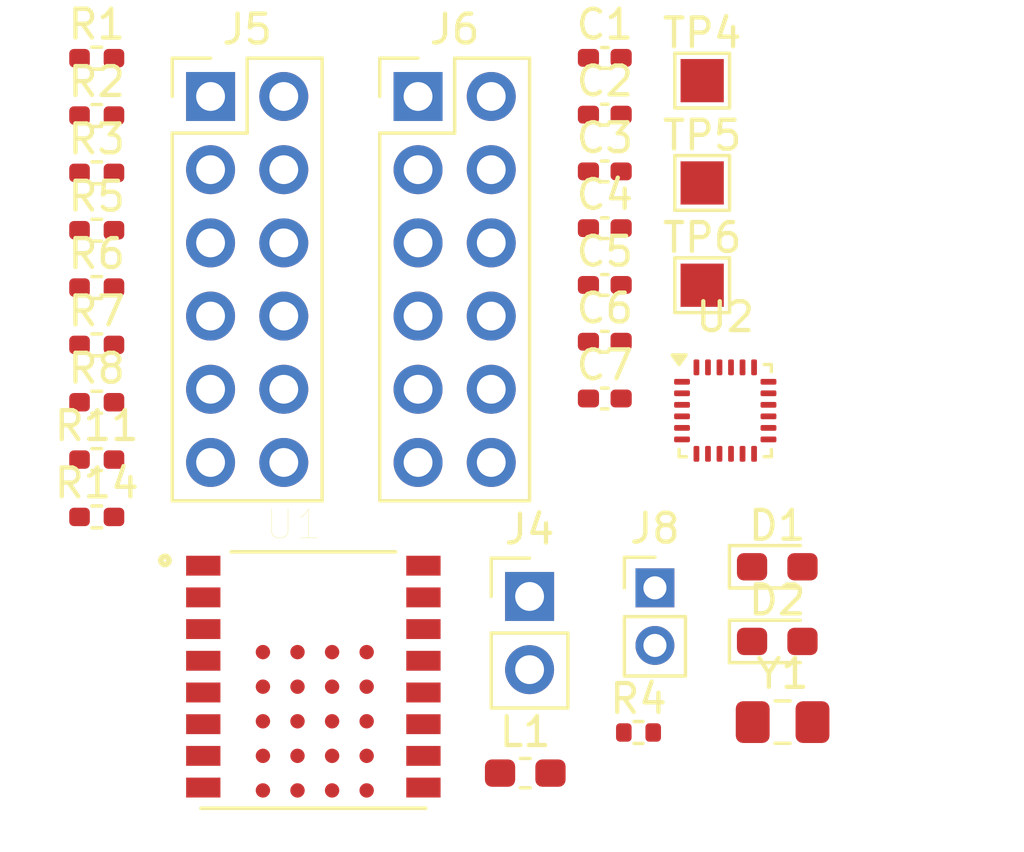
<source format=kicad_pcb>
(kicad_pcb (version 20240108) (generator "pcbnew") (generator_version "8.0")
  (layers (0 "F.Cu" signal) (31 "B.Cu" signal) (34 "B.Paste" user) (35 "F.Paste" user) (36 "B.SilkS" user "B.Silkscreen") (37 "F.SilkS" user "F.Silkscreen") (38 "B.Mask" user) (39 "F.Mask" user) (44 "Edge.Cuts" user))
  (net 0 "")
  (net 1 "GND")
  (net 2 "VCC")
  (net 3 "Net-(U2-REGOUT)")
  (net 4 "Net-(U1-P00{slash}XL1)")
  (net 5 "+1V8")
  (net 6 "Net-(U1-P01{slash}XL2)")
  (net 7 "+5V")
  (net 8 "Net-(D1-K)")
  (net 9 "/LED1")
  (net 10 "/VBAT")
  (net 11 "/A3")
  (net 12 "Net-(D2-A)")
  (net 13 "Net-(D2-K)")
  (net 14 "/A4")
  (net 15 "/D8")
  (net 16 "/SDA")
  (net 17 "/SCL")
  (net 18 "/D3")
  (net 19 "/MOSI")
  (net 20 "/D4")
  (net 21 "/MISO")
  (net 22 "/D1")
  (net 23 "/SCK")
  (net 24 "/D2")
  (net 25 "Net-(J8-Pin_1)")
  (net 26 "/D12")
  (net 27 "Net-(J8-Pin_2)")
  (net 28 "/RXD")
  (net 29 "/SWDCLK")
  (net 30 "/SWDIO")
  (net 32 "Net-(U2-~{CS})")
  (net 33 "/SCL_1V8")
  (net 34 "/SDA_1V8")
  (net 35 "/LORA_FREQ_SELECT")
  (net 38 "/A5")
  (net 39 "/D10")
  (net 40 "/A2")
  (net 81 "/TXD")
  (footprint "Resistor_SMD:R_0402_1005Metric_Pad0.72x0.64mm_HandSolder" (layer "F.Cu") (at 148.3225 92.538621)
    (property "Reference" "R3" (at 0 -1.17 0) (layer "F.SilkS"))
    (property "Value" "10K")
    (fp_line (start -0.167621 -0.38) (end 0.167621 -0.38) (stroke (width 0.12)) (layer "F.SilkS"))
    (fp_line (start -0.167621 0.38) (end 0.167621 0.38) (stroke (width 0.12)) (layer "F.SilkS"))
    (pad "1" smd roundrect (at -0.5975 0) (size 0.715 0.64) (layers "F.Cu" "F.Paste" "F.Mask") (net 32 "Net-(U2-~{CS})"))
    (pad "2" smd roundrect (at 0.5975 0) (size 0.715 0.64) (layers "F.Cu" "F.Paste" "F.Mask") (net 5 "+1V8"))
  )
  (footprint "Capacitor_SMD:C_0402_1005Metric_Pad0.74x0.62mm_HandSolder" (layer "F.Cu") (at 165.9525 98.398621)
    (property "Reference" "C6" (at 0 -1.16 0) (layer "F.SilkS"))
    (property "Value" "10uF")
    (fp_line (start -0.115835 -0.36) (end 0.115835 -0.36) (stroke (width 0.12)) (layer "F.SilkS"))
    (fp_line (start -0.115835 0.36) (end 0.115835 0.36) (stroke (width 0.12)) (layer "F.SilkS"))
    (pad "1" smd roundrect (at -0.5675 0) (size 0.735 0.62) (layers "F.Cu" "F.Paste" "F.Mask") (net 1 "GND"))
    (pad "2" smd roundrect (at 0.5675 0) (size 0.735 0.62) (layers "F.Cu" "F.Paste" "F.Mask") (net 2 "VCC"))
  )
  (footprint "Resistor_SMD:R_0402_1005Metric_Pad0.72x0.64mm_HandSolder" (layer "F.Cu") (at 148.3225 104.478621)
    (property "Reference" "R14" (at 0 -1.17 0) (layer "F.SilkS"))
    (property "Value" "330")
    (fp_line (start -0.167621 -0.38) (end 0.167621 -0.38) (stroke (width 0.12)) (layer "F.SilkS"))
    (fp_line (start -0.167621 0.38) (end 0.167621 0.38) (stroke (width 0.12)) (layer "F.SilkS"))
    (pad "1" smd roundrect (at -0.5975 0) (size 0.715 0.64) (layers "F.Cu" "F.Paste" "F.Mask") (net 39 "/D10"))
    (pad "2" smd roundrect (at 0.5975 0) (size 0.715 0.64) (layers "F.Cu" "F.Paste" "F.Mask") (net 35 "/LORA_FREQ_SELECT"))
  )
  (footprint "Capacitor_SMD:C_0402_1005Metric_Pad0.74x0.62mm_HandSolder" (layer "F.Cu") (at 165.9525 92.488621)
    (property "Reference" "C3" (at 0 -1.16 0) (layer "F.SilkS"))
    (property "Value" "0.1uF")
    (fp_line (start -0.115835 -0.36) (end 0.115835 -0.36) (stroke (width 0.12)) (layer "F.SilkS"))
    (fp_line (start -0.115835 0.36) (end 0.115835 0.36) (stroke (width 0.12)) (layer "F.SilkS"))
    (pad "1" smd roundrect (at -0.5675 0) (size 0.735 0.62) (layers "F.Cu" "F.Paste" "F.Mask") (net 5 "+1V8"))
    (pad "2" smd roundrect (at 0.5675 0) (size 0.735 0.62) (layers "F.Cu" "F.Paste" "F.Mask") (net 1 "GND"))
  )
  (footprint "Resistor_SMD:R_0402_1005Metric_Pad0.72x0.64mm_HandSolder" (layer "F.Cu") (at 148.3225 88.558621)
    (property "Reference" "R1" (at 0 -1.17 0) (layer "F.SilkS"))
    (property "Value" "4.7K")
    (fp_line (start -0.167621 -0.38) (end 0.167621 -0.38) (stroke (width 0.12)) (layer "F.SilkS"))
    (fp_line (start -0.167621 0.38) (end 0.167621 0.38) (stroke (width 0.12)) (layer "F.SilkS"))
    (pad "1" smd roundrect (at -0.5975 0) (size 0.715 0.64) (layers "F.Cu" "F.Paste" "F.Mask") (net 16 "/SDA"))
    (pad "2" smd roundrect (at 0.5975 0) (size 0.715 0.64) (layers "F.Cu" "F.Paste" "F.Mask") (net 2 "VCC"))
  )
  (footprint "Resistor_SMD:R_0402_1005Metric" (layer "F.Cu") (at 167.1225 111.958621)
    (property "Reference" "R4" (at 0 -1.17 0) (layer "F.SilkS"))
    (property "Value" "10K")
    (fp_line (start -0.153641 -0.38) (end 0.153641 -0.38) (stroke (width 0.12)) (layer "F.SilkS"))
    (fp_line (start -0.153641 0.38) (end 0.153641 0.38) (stroke (width 0.12)) (layer "F.SilkS"))
    (pad "1" smd roundrect (at -0.51 0) (size 0.54 0.64) (layers "F.Cu" "F.Paste" "F.Mask") (net 24 "/D2"))
    (pad "2" smd roundrect (at 0.51 0) (size 0.54 0.64) (layers "F.Cu" "F.Paste" "F.Mask") (net 1 "GND"))
  )
  (footprint "Resistor_SMD:R_0402_1005Metric_Pad0.72x0.64mm_HandSolder" (layer "F.Cu") (at 148.3225 98.508621)
    (property "Reference" "R7" (at 0 -1.17 0) (layer "F.SilkS"))
    (property "Value" "499K")
    (fp_line (start -0.167621 -0.38) (end 0.167621 -0.38) (stroke (width 0.12)) (layer "F.SilkS"))
    (fp_line (start -0.167621 0.38) (end 0.167621 0.38) (stroke (width 0.12)) (layer "F.SilkS"))
    (pad "1" smd roundrect (at -0.5975 0) (size 0.715 0.64) (layers "F.Cu" "F.Paste" "F.Mask") (net 10 "/VBAT"))
    (pad "2" smd roundrect (at 0.5975 0) (size 0.715 0.64) (layers "F.Cu" "F.Paste" "F.Mask") (net 40 "/A2"))
  )
  (footprint "Connector_PinHeader_2.54mm:PinHeader_2x06_P2.54mm_Vertical" (layer "F.Cu") (at 152.2725 89.888621)
    (property "Reference" "J5" (at 1.27 -2.33 0) (layer "F.SilkS"))
    (property "Value" "Conn_02x06_Odd_Even")
    (fp_line (start -1.33 -1.33) (end 0 -1.33) (stroke (width 0.12)) (layer "F.SilkS"))
    (fp_line (start -1.33 0) (end -1.33 -1.33) (stroke (width 0.12)) (layer "F.SilkS"))
    (fp_line (start -1.33 1.27) (end -1.33 14.03) (stroke (width 0.12)) (layer "F.SilkS"))
    (fp_line (start -1.33 1.27) (end 1.27 1.27) (stroke (width 0.12)) (layer "F.SilkS"))
    (fp_line (start -1.33 14.03) (end 3.87 14.03) (stroke (width 0.12)) (layer "F.SilkS"))
    (fp_line (start 1.27 -1.33) (end 3.87 -1.33) (stroke (width 0.12)) (layer "F.SilkS"))
    (fp_line (start 1.27 1.27) (end 1.27 -1.33) (stroke (width 0.12)) (layer "F.SilkS"))
    (fp_line (start 3.87 -1.33) (end 3.87 14.03) (stroke (width 0.12)) (layer "F.SilkS"))
    (pad "1" thru_hole rect (at 0 0) (size 1.7 1.7) (drill 1) (layers "*.Cu" "*.Mask") (net 10 "/VBAT"))
    (pad "2" thru_hole oval (at 2.54 0) (size 1.7 1.7) (drill 1) (layers "*.Cu" "*.Mask") (net 15 "/D8"))
    (pad "3" thru_hole oval (at 0 2.54) (size 1.7 1.7) (drill 1) (layers "*.Cu" "*.Mask") (net 38 "/A5"))
    (pad "4" thru_hole oval (at 2.54 2.54) (size 1.7 1.7) (drill 1) (layers "*.Cu" "*.Mask") (net 11 "/A3"))
    (pad "5" thru_hole oval (at 0 5.08) (size 1.7 1.7) (drill 1) (layers "*.Cu" "*.Mask") (net 7 "+5V"))
    (pad "6" thru_hole oval (at 2.54 5.08) (size 1.7 1.7) (drill 1) (layers "*.Cu" "*.Mask") (net 40 "/A2"))
    (pad "7" thru_hole oval (at 0 7.62) (size 1.7 1.7) (drill 1) (layers "*.Cu" "*.Mask") (net 28 "/RXD"))
    (pad "8" thru_hole oval (at 2.54 7.62) (size 1.7 1.7) (drill 1) (layers "*.Cu" "*.Mask") (net 1 "GND"))
    (pad "9" thru_hole oval (at 0 10.16) (size 1.7 1.7) (drill 1) (layers "*.Cu" "*.Mask") (net 81 "/TXD"))
    (pad "10" thru_hole oval (at 2.54 10.16) (size 1.7 1.7) (drill 1) (layers "*.Cu" "*.Mask") (net 1 "GND"))
    (pad "11" thru_hole oval (at 0 12.7) (size 1.7 1.7) (drill 1) (layers "*.Cu" "*.Mask") (net 16 "/SDA"))
    (pad "12" thru_hole oval (at 2.54 12.7) (size 1.7 1.7) (drill 1) (layers "*.Cu" "*.Mask") (net 17 "/SCL"))
  )
  (footprint "Connector_PinHeader_2.00mm:PinHeader_1x02_P2.00mm_Vertical" (layer "F.Cu") (at 167.6925 106.938621)
    (property "Reference" "J8" (at 0 -2.06 0) (layer "F.SilkS"))
    (property "Value" "RESET")
    (fp_line (start -1.06 -1.06) (end 0 -1.06) (stroke (width 0.12)) (layer "F.SilkS"))
    (fp_line (start -1.06 0) (end -1.06 -1.06) (stroke (width 0.12)) (layer "F.SilkS"))
    (fp_line (start -1.06 1) (end -1.06 3.06) (stroke (width 0.12)) (layer "F.SilkS"))
    (fp_line (start -1.06 1) (end 1.06 1) (stroke (width 0.12)) (layer "F.SilkS"))
    (fp_line (start -1.06 3.06) (end 1.06 3.06) (stroke (width 0.12)) (layer "F.SilkS"))
    (fp_line (start 1.06 1) (end 1.06 3.06) (stroke (width 0.12)) (layer "F.SilkS"))
    (pad "1" thru_hole rect (at 0 0) (size 1.35 1.35) (drill 0.8) (layers "*.Cu" "*.Mask") (net 25 "Net-(J8-Pin_1)"))
    (pad "2" thru_hole oval (at 0 2) (size 1.35 1.35) (drill 0.8) (layers "*.Cu" "*.Mask") (net 27 "Net-(J8-Pin_2)"))
  )
  (footprint "Resistor_SMD:R_0402_1005Metric_Pad0.72x0.64mm_HandSolder" (layer "F.Cu") (at 148.3225 90.548621)
    (property "Reference" "R2" (at 0 -1.17 0) (layer "F.SilkS"))
    (property "Value" "4.7K")
    (fp_line (start -0.167621 -0.38) (end 0.167621 -0.38) (stroke (width 0.12)) (layer "F.SilkS"))
    (fp_line (start -0.167621 0.38) (end 0.167621 0.38) (stroke (width 0.12)) (layer "F.SilkS"))
    (pad "1" smd roundrect (at -0.5975 0) (size 0.715 0.64) (layers "F.Cu" "F.Paste" "F.Mask") (net 17 "/SCL"))
    (pad "2" smd roundrect (at 0.5975 0) (size 0.715 0.64) (layers "F.Cu" "F.Paste" "F.Mask") (net 2 "VCC"))
  )
  (footprint "TestPoint:TestPoint_Pad_1.5x1.5mm" (layer "F.Cu") (at 169.3325 92.888621)
    (property "Reference" "TP5" (at 0 -1.648 0) (layer "F.SilkS"))
    (property "Value" "TestPoint")
    (fp_line (start -0.95 -0.95) (end 0.95 -0.95) (stroke (width 0.12)) (layer "F.SilkS"))
    (fp_line (start -0.95 0.95) (end -0.95 -0.95) (stroke (width 0.12)) (layer "F.SilkS"))
    (fp_line (start 0.95 -0.95) (end 0.95 0.95) (stroke (width 0.12)) (layer "F.SilkS"))
    (fp_line (start 0.95 0.95) (end -0.95 0.95) (stroke (width 0.12)) (layer "F.SilkS"))
    (pad "1" smd rect (at 0 0) (size 1.5 1.5) (layers "F.Cu" "F.Mask") (net 13 "Net-(D2-K)"))
  )
  (footprint "Sensor_Motion:InvenSense_QFN-24_3x3mm_P0.4mm" (layer "F.Cu") (at 170.1325 100.788621)
    (property "Reference" "U2" (at 0 -3.25 0) (layer "F.SilkS"))
    (property "Value" "ICM-20948")
    (fp_line (start -1.6 1.6) (end -1.6 1.35) (stroke (width 0.12)) (layer "F.SilkS"))
    (fp_line (start -1.6 1.6) (end -1.35 1.6) (stroke (width 0.12)) (layer "F.SilkS"))
    (fp_line (start 1.6 -1.6) (end 1.35 -1.6) (stroke (width 0.12)) (layer "F.SilkS"))
    (fp_line (start 1.6 -1.6) (end 1.6 -1.35) (stroke (width 0.12)) (layer "F.SilkS"))
    (fp_line (start 1.6 1.6) (end 1.35 1.6) (stroke (width 0.12)) (layer "F.SilkS"))
    (fp_line (start 1.6 1.6) (end 1.6 1.35) (stroke (width 0.12)) (layer "F.SilkS"))
    (fp_poly (pts (xy -1.6 -1.6) (xy -1.84 -1.93) (xy -1.36 -1.93) (xy -1.6 -1.6)) (stroke (width 0.12)) (fill solid) (layer "F.SilkS"))
    (pad "1" smd roundrect (at -1.5 -1) (size 0.55 0.2) (layers "F.Cu" "F.Paste" "F.Mask"))
    (pad "2" smd roundrect (at -1.5 -0.6) (size 0.55 0.2) (layers "F.Cu" "F.Paste" "F.Mask"))
    (pad "3" smd roundrect (at -1.5 -0.2) (size 0.55 0.2) (layers "F.Cu" "F.Paste" "F.Mask"))
    (pad "4" smd roundrect (at -1.5 0.2) (size 0.55 0.2) (layers "F.Cu" "F.Paste" "F.Mask"))
    (pad "5" smd roundrect (at -1.5 0.6) (size 0.55 0.2) (layers "F.Cu" "F.Paste" "F.Mask"))
    (pad "6" smd roundrect (at -1.5 1) (size 0.55 0.2) (layers "F.Cu" "F.Paste" "F.Mask"))
    (pad "7" smd roundrect (at -1 1.5 90) (size 0.55 0.2) (layers "F.Cu" "F.Paste" "F.Mask"))
    (pad "8" smd roundrect (at -0.6 1.5 90) (size 0.55 0.2) (layers "F.Cu" "F.Paste" "F.Mask") (net 5 "+1V8"))
    (pad "9" smd roundrect (at -0.2 1.5 90) (size 0.55 0.2) (layers "F.Cu" "F.Paste" "F.Mask") (net 1 "GND"))
    (pad "10" smd roundrect (at 0.2 1.5 90) (size 0.55 0.2) (layers "F.Cu" "F.Paste" "F.Mask") (net 3 "Net-(U2-REGOUT)"))
    (pad "11" smd roundrect (at 0.6 1.5 90) (size 0.55 0.2) (layers "F.Cu" "F.Paste" "F.Mask") (net 1 "GND"))
    (pad "12" smd roundrect (at 1 1.5 90) (size 0.55 0.2) (layers "F.Cu" "F.Paste" "F.Mask"))
    (pad "13" smd roundrect (at 1.5 1) (size 0.55 0.2) (layers "F.Cu" "F.Paste" "F.Mask") (net 5 "+1V8"))
    (pad "14" smd roundrect (at 1.5 0.6) (size 0.55 0.2) (layers "F.Cu" "F.Paste" "F.Mask"))
    (pad "15" smd roundrect (at 1.5 0.2) (size 0.55 0.2) (layers "F.Cu" "F.Paste" "F.Mask"))
    (pad "16" smd roundrect (at 1.5 -0.2) (size 0.55 0.2) (layers "F.Cu" "F.Paste" "F.Mask"))
    (pad "17" smd roundrect (at 1.5 -0.6) (size 0.55 0.2) (layers "F.Cu" "F.Paste" "F.Mask"))
    (pad "18" smd roundrect (at 1.5 -1) (size 0.55 0.2) (layers "F.Cu" "F.Paste" "F.Mask") (net 1 "GND"))
    (pad "19" smd roundrect (at 1 -1.5 90) (size 0.55 0.2) (layers "F.Cu" "F.Paste" "F.Mask"))
    (pad "20" smd roundrect (at 0.6 -1.5 90) (size 0.55 0.2) (layers "F.Cu" "F.Paste" "F.Mask") (net 1 "GND"))
    (pad "21" smd roundrect (at 0.2 -1.5 90) (size 0.55 0.2) (layers "F.Cu" "F.Paste" "F.Mask"))
    (pad "22" smd roundrect (at -0.2 -1.5 90) (size 0.55 0.2) (layers "F.Cu" "F.Paste" "F.Mask") (net 32 "Net-(U2-~{CS})"))
    (pad "23" smd roundrect (at -0.6 -1.5 90) (size 0.55 0.2) (layers "F.Cu" "F.Paste" "F.Mask") (net 33 "/SCL_1V8"))
    (pad "24" smd roundrect (at -1 -1.5 90) (size 0.55 0.2) (layers "F.Cu" "F.Paste" "F.Mask") (net 34 "/SDA_1V8"))
  )
  (footprint "Capacitor_SMD:C_0805_2012Metric_Pad1.18x1.45mm_HandSolder" (layer "F.Cu") (at 172.1225 111.598621)
    (property "Reference" "Y1" (at 0 -1.68 0) (layer "F.SilkS"))
    (property "Value" "32.768kHz")
    (fp_line (start -0.261252 -0.735) (end 0.261252 -0.735) (stroke (width 0.12)) (layer "F.SilkS"))
    (fp_line (start -0.261252 0.735) (end 0.261252 0.735) (stroke (width 0.12)) (layer "F.SilkS"))
    (pad "1" smd roundrect (at -1.0375 0) (size 1.175 1.45) (layers "F.Cu" "F.Paste" "F.Mask") (roundrect_rratio 0.212766) (net 6 "Net-(U1-P01{slash}XL2)"))
    (pad "2" smd roundrect (at 1.0375 0) (size 1.175 1.45) (layers "F.Cu" "F.Paste" "F.Mask") (roundrect_rratio 0.212766) (net 4 "Net-(U1-P00{slash}XL1)"))
  )
  (footprint "Capacitor_SMD:C_0402_1005Metric_Pad0.74x0.62mm_HandSolder" (layer "F.Cu") (at 165.9525 88.548621)
    (property "Reference" "C1" (at 0 -1.16 0) (layer "F.SilkS"))
    (property "Value" "0.1uF")
    (fp_line (start -0.115835 -0.36) (end 0.115835 -0.36) (stroke (width 0.12)) (layer "F.SilkS"))
    (fp_line (start -0.115835 0.36) (end 0.115835 0.36) (stroke (width 0.12)) (layer "F.SilkS"))
    (pad "1" smd roundrect (at -0.5675 0) (size 0.735 0.62) (layers "F.Cu" "F.Paste" "F.Mask") (net 3 "Net-(U2-REGOUT)"))
    (pad "2" smd roundrect (at 0.5675 0) (size 0.735 0.62) (layers "F.Cu" "F.Paste" "F.Mask") (net 1 "GND"))
  )
  (footprint "Connector_PinHeader_2.54mm:PinHeader_2x06_P2.54mm_Vertical" (layer "F.Cu") (at 159.4725 89.888621)
    (property "Reference" "J6" (at 1.27 -2.33 0) (layer "F.SilkS"))
    (property "Value" "Conn_02x06_Odd_Even")
    (fp_line (start -1.33 -1.33) (end 0 -1.33) (stroke (width 0.12)) (layer "F.SilkS"))
    (fp_line (start -1.33 0) (end -1.33 -1.33) (stroke (width 0.12)) (layer "F.SilkS"))
    (fp_line (start -1.33 1.27) (end -1.33 14.03) (stroke (width 0.12)) (layer "F.SilkS"))
    (fp_line (start -1.33 1.27) (end 1.27 1.27) (stroke (width 0.12)) (layer "F.SilkS"))
    (fp_line (start -1.33 14.03) (end 3.87 14.03) (stroke (width 0.12)) (layer "F.SilkS"))
    (fp_line (start 1.27 -1.33) (end 3.87 -1.33) (stroke (width 0.12)) (layer "F.SilkS"))
    (fp_line (start 1.27 1.27) (end 1.27 -1.33) (stroke (width 0.12)) (layer "F.SilkS"))
    (fp_line (start 3.87 -1.33) (end 3.87 14.03) (stroke (width 0.12)) (layer "F.SilkS"))
    (pad "1" thru_hole rect (at 0 0) (size 1.7 1.7) (drill 1) (layers "*.Cu" "*.Mask") (net 26 "/D12"))
    (pad "2" thru_hole oval (at 2.54 0) (size 1.7 1.7) (drill 1) (layers "*.Cu" "*.Mask") (net 39 "/D10"))
    (pad "3" thru_hole oval (at 0 2.54) (size 1.7 1.7) (drill 1) (layers "*.Cu" "*.Mask") (net 19 "/MOSI"))
    (pad "4" thru_hole oval (at 2.54 2.54) (size 1.7 1.7) (drill 1) (layers "*.Cu" "*.Mask") (net 22 "/D1"))
    (pad "5" thru_hole oval (at 0 5.08) (size 1.7 1.7) (drill 1) (layers "*.Cu" "*.Mask") (net 23 "/SCK"))
    (pad "6" thru_hole oval (at 2.54 5.08) (size 1.7 1.7) (drill 1) (layers "*.Cu" "*.Mask") (net 18 "/D3"))
    (pad "7" thru_hole oval (at 0 7.62) (size 1.7 1.7) (drill 1) (layers "*.Cu" "*.Mask") (net 24 "/D2"))
    (pad "8" thru_hole oval (at 2.54 7.62) (size 1.7 1.7) (drill 1) (layers "*.Cu" "*.Mask") (net 14 "/A4"))
    (pad "9" thru_hole oval (at 0 10.16) (size 1.7 1.7) (drill 1) (layers "*.Cu" "*.Mask") (net 21 "/MISO"))
    (pad "10" thru_hole oval (at 2.54 10.16) (size 1.7 1.7) (drill 1) (layers "*.Cu" "*.Mask") (net 1 "GND"))
    (pad "11" thru_hole oval (at 0 12.7) (size 1.7 1.7) (drill 1) (layers "*.Cu" "*.Mask") (net 20 "/D4"))
    (pad "12" thru_hole oval (at 2.54 12.7) (size 1.7 1.7) (drill 1) (layers "*.Cu" "*.Mask") (net 1 "GND"))
  )
  (footprint "Resistor_SMD:R_0402_1005Metric_Pad0.72x0.64mm_HandSolder" (layer "F.Cu") (at 148.3225 94.528621)
    (property "Reference" "R5" (at 0 -1.17 0) (layer "F.SilkS"))
    (property "Value" "10K")
    (fp_line (start -0.167621 -0.38) (end 0.167621 -0.38) (stroke (width 0.12)) (layer "F.SilkS"))
    (fp_line (start -0.167621 0.38) (end 0.167621 0.38) (stroke (width 0.12)) (layer "F.SilkS"))
    (pad "1" smd roundrect (at -0.5975 0) (size 0.715 0.64) (layers "F.Cu" "F.Paste" "F.Mask") (net 33 "/SCL_1V8"))
    (pad "2" smd roundrect (at 0.5975 0) (size 0.715 0.64) (layers "F.Cu" "F.Paste" "F.Mask") (net 5 "+1V8"))
  )
  (footprint "TestPoint:TestPoint_Pad_1.5x1.5mm" (layer "F.Cu") (at 169.3325 96.438621)
    (property "Reference" "TP6" (at 0 -1.648 0) (layer "F.SilkS"))
    (property "Value" "TestPoint")
    (fp_line (start -0.95 -0.95) (end 0.95 -0.95) (stroke (width 0.12)) (layer "F.SilkS"))
    (fp_line (start -0.95 0.95) (end -0.95 -0.95) (stroke (width 0.12)) (layer "F.SilkS"))
    (fp_line (start 0.95 -0.95) (end 0.95 0.95) (stroke (width 0.12)) (layer "F.SilkS"))
    (fp_line (start 0.95 0.95) (end -0.95 0.95) (stroke (width 0.12)) (layer "F.SilkS"))
    (pad "1" smd rect (at 0 0) (size 1.5 1.5) (layers "F.Cu" "F.Mask") (net 12 "Net-(D2-A)"))
  )
  (footprint "Resistor_SMD:R_0402_1005Metric_Pad0.72x0.64mm_HandSolder" (layer "F.Cu") (at 148.3225 102.488621)
    (property "Reference" "R11" (at 0 -1.17 0) (layer "F.SilkS"))
    (property "Value" "330")
    (fp_line (start -0.167621 -0.38) (end 0.167621 -0.38) (stroke (width 0.12)) (layer "F.SilkS"))
    (fp_line (start -0.167621 0.38) (end 0.167621 0.38) (stroke (width 0.12)) (layer "F.SilkS"))
    (pad "1" smd roundrect (at -0.5975 0) (size 0.715 0.64) (layers "F.Cu" "F.Paste" "F.Mask") (net 8 "Net-(D1-K)"))
    (pad "2" smd roundrect (at 0.5975 0) (size 0.715 0.64) (layers "F.Cu" "F.Paste" "F.Mask") (net 1 "GND"))
  )
  (footprint "Mylib:XCVR_BC832" (layer "F.Cu") (at 155.838919 110.088621)
    (property "Reference" "U1" (at -0.689235 -5.346745 0) (layer "F.SilkS") (effects (font (size 1.000323 1.000323) (thickness 0.015))))
    (property "Value" "BC832")
    (fp_line (start -3.9 4.5) (end 3.9 4.5) (stroke (width 0.127)) (layer "F.SilkS"))
    (fp_line (start -2.85 -4.4) (end 2.85 -4.4) (stroke (width 0.127)) (layer "F.SilkS"))
    (fp_circle (center -5.15 -4.1) (end -5.008581 -4.1) (stroke (width 0.2)) (fill none) (layer "F.SilkS"))
    (pad "1" smd rect (at -3.82 -3.918) (size 1.19 0.69) (layers "F.Cu" "F.Paste" "F.Mask"))
    (pad "2" smd rect (at -3.82 -2.818) (size 1.19 0.69) (layers "F.Cu" "F.Paste" "F.Mask"))
    (pad "3" smd rect (at -3.82 -1.718) (size 1.19 0.69) (layers "F.Cu" "F.Paste" "F.Mask") (net 30 "/SWDIO"))
    (pad "4" smd rect (at -3.82 -0.618) (size 1.19 0.69) (layers "F.Cu" "F.Paste" "F.Mask") (net 29 "/SWDCLK"))
    (pad "5" smd rect (at -3.82 0.482) (size 1.19 0.69) (layers "F.Cu" "F.Paste" "F.Mask"))
    (pad "6" smd rect (at -3.82 1.582) (size 1.19 0.69) (layers "F.Cu" "F.Paste" "F.Mask"))
    (pad "7" smd rect (at -3.82 2.682) (size 1.19 0.69) (layers "F.Cu" "F.Paste" "F.Mask"))
    (pad "8" smd rect (at -3.82 3.782) (size 1.19 0.69) (layers "F.Cu" "F.Paste" "F.Mask"))
    (pad "9" smd rect (at 3.82 3.782) (size 1.19 0.69) (layers "F.Cu" "F.Paste" "F.Mask"))
    (pad "10" smd rect (at 3.82 2.682) (size 1.19 0.69) (layers "F.Cu" "F.Paste" "F.Mask"))
    (pad "11" smd rect (at 3.82 1.582) (size 1.19 0.69) (layers "F.Cu" "F.Paste" "F.Mask") (net 4 "Net-(U1-P00{slash}XL1)"))
    (pad "12" smd rect (at 3.82 0.482) (size 1.19 0.69) (layers "F.Cu" "F.Paste" "F.Mask") (net 6 "Net-(U1-P01{slash}XL2)"))
    (pad "13" smd rect (at 3.82 -0.618) (size 1.19 0.69) (layers "F.Cu" "F.Paste" "F.Mask"))
    (pad "14" smd rect (at 3.82 -1.718) (size 1.19 0.69) (layers "F.Cu" "F.Paste" "F.Mask"))
    (pad "15" smd rect (at 3.82 -2.818) (size 1.19 0.69) (layers "F.Cu" "F.Paste" "F.Mask"))
    (pad "16" smd rect (at 3.82 -3.918) (size 1.19 0.69) (layers "F.Cu" "F.Paste" "F.Mask"))
    (pad "A1" smd circle (at -1.75 -0.919) (size 0.5 0.5) (layers "F.Cu" "F.Paste" "F.Mask"))
    (pad "A2" smd circle (at -1.75 0.281) (size 0.5 0.5) (layers "F.Cu" "F.Paste" "F.Mask"))
    (pad "A3" smd circle (at -1.75 1.481) (size 0.5 0.5) (layers "F.Cu" "F.Paste" "F.Mask"))
    (pad "A4" smd circle (at -1.75 2.681) (size 0.5 0.5) (layers "F.Cu" "F.Paste" "F.Mask"))
    (pad "A5" smd circle (at -1.75 3.881) (size 0.5 0.5) (layers "F.Cu" "F.Paste" "F.Mask"))
    (pad "B1" smd circle (at -0.55 -0.919) (size 0.5 0.5) (layers "F.Cu" "F.Paste" "F.Mask"))
    (pad "B2" smd circle (at -0.55 0.281) (size 0.5 0.5) (layers "F.Cu" "F.Paste" "F.Mask"))
    (pad "B3" smd circle (at -0.55 1.481) (size 0.5 0.5) (layers "F.Cu" "F.Paste" "F.Mask"))
    (pad "B4" smd circle (at -0.55 2.681) (size 0.5 0.5) (layers "F.Cu" "F.Paste" "F.Mask"))
    (pad "B5" smd circle (at -0.55 3.881) (size 0.5 0.5) (layers "F.Cu" "F.Paste" "F.Mask"))
    (pad "C1" smd circle (at 0.65 -0.919) (size 0.5 0.5) (layers "F.Cu" "F.Paste" "F.Mask"))
    (pad "C2" smd circle (at 0.65 0.281) (size 0.5 0.5) (layers "F.Cu" "F.Paste" "F.Mask"))
    (pad "C3" smd circle (at 0.65 1.481) (size 0.5 0.5) (layers "F.Cu" "F.Paste" "F.Mask"))
    (pad "C4" smd circle (at 0.65 2.681) (size 0.5 0.5) (layers "F.Cu" "F.Paste" "F.Mask"))
    (pad "C5" smd circle (at 0.65 3.881) (size 0.5 0.5) (layers "F.Cu" "F.Paste" "F.Mask"))
    (pad "D1" smd circle (at 1.85 -0.919) (size 0.5 0.5) (layers "F.Cu" "F.Paste" "F.Mask"))
    (pad "D2" smd circle (at 1.85 0.281) (size 0.5 0.5) (layers "F.Cu" "F.Paste" "F.Mask"))
    (pad "D3" smd circle (at 1.85 1.481) (size 0.5 0.5) (layers "F.Cu" "F.Paste" "F.Mask"))
    (pad "D4" smd circle (at 1.85 2.681) (size 0.5 0.5) (layers "F.Cu" "F.Paste" "F.Mask"))
    (pad "D5" smd circle (at 1.85 3.881) (size 0.5 0.5) (layers "F.Cu" "F.Paste" "F.Mask"))
  )
  (footprint "Resistor_SMD:R_0402_1005Metric_Pad0.72x0.64mm_HandSolder" (layer "F.Cu") (at 148.3225 96.518621)
    (property "Reference" "R6" (at 0 -1.17 0) (layer "F.SilkS"))
    (property "Value" "10K")
    (fp_line (start -0.167621 -0.38) (end 0.167621 -0.38) (stroke (width 0.12)) (layer "F.SilkS"))
    (fp_line (start -0.167621 0.38) (end 0.167621 0.38) (stroke (width 0.12)) (layer "F.SilkS"))
    (pad "1" smd roundrect (at -0.5975 0) (size 0.715 0.64) (layers "F.Cu" "F.Paste" "F.Mask") (net 34 "/SDA_1V8"))
    (pad "2" smd roundrect (at 0.5975 0) (size 0.715 0.64) (layers "F.Cu" "F.Paste" "F.Mask") (net 5 "+1V8"))
  )
  (footprint "Capacitor_SMD:C_0402_1005Metric_Pad0.74x0.62mm_HandSolder" (layer "F.Cu") (at 165.9525 100.368621)
    (property "Reference" "C7" (at 0 -1.16 0) (layer "F.SilkS"))
    (property "Value" "0.1uF")
    (fp_line (start -0.115835 -0.36) (end 0.115835 -0.36) (stroke (width 0.12)) (layer "F.SilkS"))
    (fp_line (start -0.115835 0.36) (end 0.115835 0.36) (stroke (width 0.12)) (layer "F.SilkS"))
    (pad "1" smd roundrect (at -0.5675 0) (size 0.735 0.62) (layers "F.Cu" "F.Paste" "F.Mask") (net 39 "/D10"))
    (pad "2" smd roundrect (at 0.5675 0) (size 0.735 0.62) (layers "F.Cu" "F.Paste" "F.Mask") (net 1 "GND"))
  )
  (footprint "Capacitor_SMD:C_0402_1005Metric_Pad0.74x0.62mm_HandSolder" (layer "F.Cu") (at 165.9525 94.458621)
    (property "Reference" "C4" (at 0 -1.16 0) (layer "F.SilkS"))
    (property "Value" "22pF")
    (fp_line (start -0.115835 -0.36) (end 0.115835 -0.36) (stroke (width 0.12)) (layer "F.SilkS"))
    (fp_line (start -0.115835 0.36) (end 0.115835 0.36) (stroke (width 0.12)) (layer "F.SilkS"))
    (pad "1" smd roundrect (at -0.5675 0) (size 0.735 0.62) (layers "F.Cu" "F.Paste" "F.Mask") (net 1 "GND"))
    (pad "2" smd roundrect (at 0.5675 0) (size 0.735 0.62) (layers "F.Cu" "F.Paste" "F.Mask") (net 6 "Net-(U1-P01{slash}XL2)"))
  )
  (footprint "Capacitor_SMD:C_0402_1005Metric_Pad0.74x0.62mm_HandSolder" (layer "F.Cu") (at 165.9525 96.428621)
    (property "Reference" "C5" (at 0 -1.16 0) (layer "F.SilkS"))
    (property "Value" "10uF")
    (fp_line (start -0.115835 -0.36) (end 0.115835 -0.36) (stroke (width 0.12)) (layer "F.SilkS"))
    (fp_line (start -0.115835 0.36) (end 0.115835 0.36) (stroke (width 0.12)) (layer "F.SilkS"))
    (pad "1" smd roundrect (at -0.5675 0) (size 0.735 0.62) (layers "F.Cu" "F.Paste" "F.Mask") (net 1 "GND"))
    (pad "2" smd roundrect (at 0.5675 0) (size 0.735 0.62) (layers "F.Cu" "F.Paste" "F.Mask") (net 2 "VCC"))
  )
  (footprint "Resistor_SMD:R_0402_1005Metric_Pad0.72x0.64mm_HandSolder" (layer "F.Cu") (at 148.3225 100.498621)
    (property "Reference" "R8" (at 0 -1.17 0) (layer "F.SilkS"))
    (property "Value" "499K")
    (fp_line (start -0.167621 -0.38) (end 0.167621 -0.38) (stroke (width 0.12)) (layer "F.SilkS"))
    (fp_line (start -0.167621 0.38) (end 0.167621 0.38) (stroke (width 0.12)) (layer "F.SilkS"))
    (pad "1" smd roundrect (at -0.5975 0) (size 0.715 0.64) (layers "F.Cu" "F.Paste" "F.Mask") (net 40 "/A2"))
    (pad "2" smd roundrect (at 0.5975 0) (size 0.715 0.64) (layers "F.Cu" "F.Paste" "F.Mask") (net 1 "GND"))
  )
  (footprint "Connector_PinHeader_2.54mm:PinHeader_1x02_P2.54mm_Vertical" (layer "F.Cu") (at 163.3425 107.238621)
    (property "Reference" "J4" (at 0 -2.33 0) (layer "F.SilkS"))
    (property "Value" "Programmer")
    (fp_line (start -1.33 -1.33) (end 0 -1.33) (stroke (width 0.12)) (layer "F.SilkS"))
    (fp_line (start -1.33 0) (end -1.33 -1.33) (stroke (width 0.12)) (layer "F.SilkS"))
    (fp_line (start -1.33 1.27) (end -1.33 3.87) (stroke (width 0.12)) (layer "F.SilkS"))
    (fp_line (start -1.33 1.27) (end 1.33 1.27) (stroke (width 0.12)) (layer "F.SilkS"))
    (fp_line (start -1.33 3.87) (end 1.33 3.87) (stroke (width 0.12)) (layer "F.SilkS"))
    (fp_line (start 1.33 1.27) (end 1.33 3.87) (stroke (width 0.12)) (layer "F.SilkS"))
    (pad "1" thru_hole rect (at 0 0) (size 1.7 1.7) (drill 1) (layers "*.Cu" "*.Mask") (net 29 "/SWDCLK"))
    (pad "2" thru_hole oval (at 0 2.54) (size 1.7 1.7) (drill 1) (layers "*.Cu" "*.Mask") (net 30 "/SWDIO"))
  )
  (footprint "Inductor_SMD:L_0603_1608Metric_Pad1.05x0.95mm_HandSolder" (layer "F.Cu") (at 163.1925 113.368621)
    (property "Reference" "L1" (at 0 -1.43 0) (layer "F.SilkS"))
    (property "Value" "10uH")
    (fp_line (start -0.171267 -0.51) (end 0.171267 -0.51) (stroke (width 0.12)) (layer "F.SilkS"))
    (fp_line (start -0.171267 0.51) (end 0.171267 0.51) (stroke (width 0.12)) (layer "F.SilkS"))
    (pad "1" smd roundrect (at -0.875 0) (size 1.05 0.95) (layers "F.Cu" "F.Paste" "F.Mask") (net 2 "VCC"))
    (pad "2" smd roundrect (at 0.875 0) (size 1.05 0.95) (layers "F.Cu" "F.Paste" "F.Mask"))
  )
  (footprint "TestPoint:TestPoint_Pad_1.5x1.5mm" (layer "F.Cu") (at 169.3325 89.338621)
    (property "Reference" "TP4" (at 0 -1.648 0) (layer "F.SilkS"))
    (property "Value" "TestPoint")
    (fp_line (start -0.95 -0.95) (end 0.95 -0.95) (stroke (width 0.12)) (layer "F.SilkS"))
    (fp_line (start -0.95 0.95) (end -0.95 -0.95) (stroke (width 0.12)) (layer "F.SilkS"))
    (fp_line (start 0.95 -0.95) (end 0.95 0.95) (stroke (width 0.12)) (layer "F.SilkS"))
    (fp_line (start 0.95 0.95) (end -0.95 0.95) (stroke (width 0.12)) (layer "F.SilkS"))
    (pad "1" smd rect (at 0 0) (size 1.5 1.5) (layers "F.Cu" "F.Mask") (net 10 "/VBAT"))
  )
  (footprint "Diode_SMD:D_0603_1608Metric_Pad1.05x0.95mm_HandSolder" (layer "F.Cu") (at 171.9375 108.798621)
    (property "Reference" "D2" (at 0 -1.43 0) (layer "F.SilkS"))
    (property "Value" "LED")
    (fp_line (start -1.66 -0.735) (end -1.66 0.735) (stroke (width 0.12)) (layer "F.SilkS"))
    (fp_line (start -1.66 0.735) (end 0.8 0.735) (stroke (width 0.12)) (layer "F.SilkS"))
    (fp_line (start 0.8 -0.735) (end -1.66 -0.735) (stroke (width 0.12)) (layer "F.SilkS"))
    (pad "1" smd roundrect (at -0.875 0) (size 1.05 0.95) (layers "F.Cu" "F.Paste" "F.Mask") (net 13 "Net-(D2-K)"))
    (pad "2" smd roundrect (at 0.875 0) (size 1.05 0.95) (layers "F.Cu" "F.Paste" "F.Mask") (net 12 "Net-(D2-A)"))
  )
  (footprint "LED_SMD:LED_0603_1608Metric_Pad1.05x0.95mm_HandSolder" (layer "F.Cu") (at 171.9375 106.208621)
    (property "Reference" "D1" (at 0 -1.43 0) (layer "F.SilkS"))
    (property "Value" "RED")
    (fp_line (start -1.66 -0.735) (end -1.66 0.735) (stroke (width 0.12)) (layer "F.SilkS"))
    (fp_line (start -1.66 0.735) (end 0.8 0.735) (stroke (width 0.12)) (layer "F.SilkS"))
    (fp_line (start 0.8 -0.735) (end -1.66 -0.735) (stroke (width 0.12)) (layer "F.SilkS"))
    (pad "1" smd roundrect (at -0.875 0) (size 1.05 0.95) (layers "F.Cu" "F.Paste" "F.Mask") (net 8 "Net-(D1-K)"))
    (pad "2" smd roundrect (at 0.875 0) (size 1.05 0.95) (layers "F.Cu" "F.Paste" "F.Mask") (net 9 "/LED1"))
  )
  (footprint "Capacitor_SMD:C_0402_1005Metric_Pad0.74x0.62mm_HandSolder" (layer "F.Cu") (at 165.9525 90.518621)
    (property "Reference" "C2" (at 0 -1.16 0) (layer "F.SilkS"))
    (property "Value" "22pF")
    (fp_line (start -0.115835 -0.36) (end 0.115835 -0.36) (stroke (width 0.12)) (layer "F.SilkS"))
    (fp_line (start -0.115835 0.36) (end 0.115835 0.36) (stroke (width 0.12)) (layer "F.SilkS"))
    (pad "1" smd roundrect (at -0.5675 0) (size 0.735 0.62) (layers "F.Cu" "F.Paste" "F.Mask") (net 1 "GND"))
    (pad "2" smd roundrect (at 0.5675 0) (size 0.735 0.62) (layers "F.Cu" "F.Paste" "F.Mask") (net 4 "Net-(U1-P00{slash}XL1)"))
  )
)
</source>
